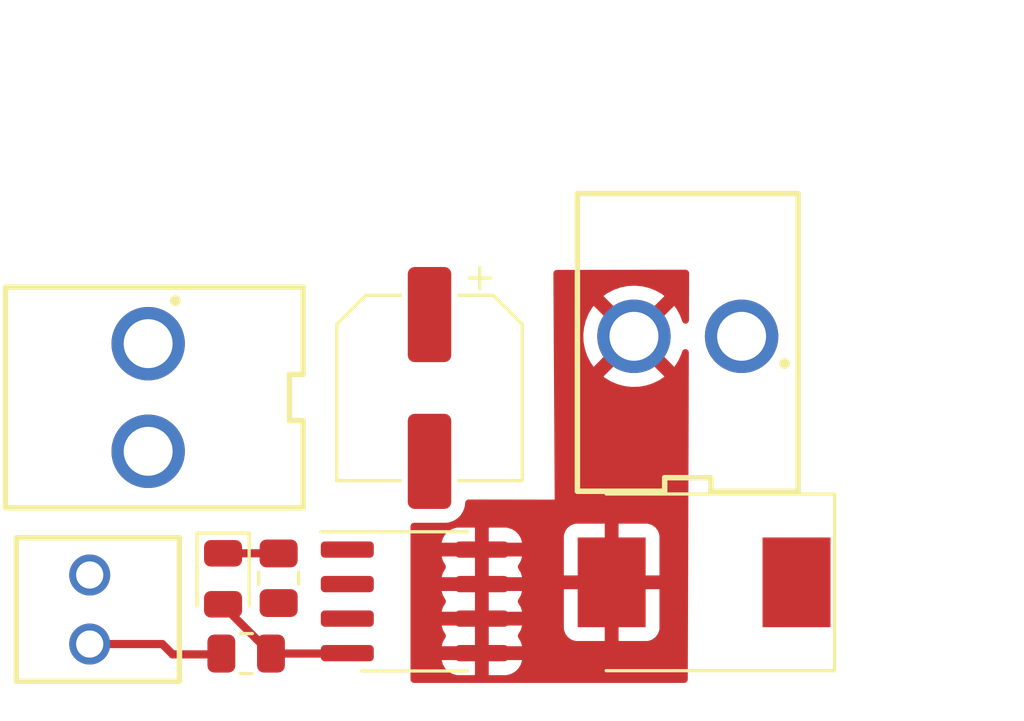
<source format=kicad_pcb>
(kicad_pcb (version 20211014) (generator pcbnew)
  (layers (0 "F.Cu" signal) (31 "B.Cu" signal) (34 "B.Paste" user) (35 "F.Paste" user) (36 "B.SilkS" user "B.Silkscreen") (37 "F.SilkS" user "F.Silkscreen") (38 "B.Mask" user) (39 "F.Mask" user) (44 "Edge.Cuts" user))
  (net 0 "")
  (net 1 "+5V")
  (net 2 "GND")
  (net 3 "Net-(D1-Pad1)")
  (net 4 "Net-(D1-Pad2)")
  (net 5 "Net-(D2-Pad2)")
  (net 6 "Net-(J2-Pad2)")
  (net 7 "+3V3")
  (footprint "Diode_SMD:D_SMC" (layer "F.Cu") (at 140.2 96.35 180)
    (fp_text reference "D2" hide)
    (fp_text value "SS36-E3/57T")
    (fp_line (start -4.8 3.25) (end -4.8 -3.25) (layer "F.SilkS") (width 0.12))
    (fp_line (start -4.8 3.25) (end 3.6 3.25) (layer "F.SilkS") (width 0.12))
    (fp_line (start -4.8 -3.25) (end 3.6 -3.25) (layer "F.SilkS") (width 0.12))
    (pad "1" smd rect (at -3.4 0 270) (size 3.3 2.5) (layers "F.Cu" "F.Paste" "F.Mask") (net 1 "+5V"))
    (pad "2" smd rect (at 3.4 0 270) (size 3.3 2.5) (layers "F.Cu" "F.Paste" "F.Mask") (net 5 "Net-(D2-Pad2)"))
  )
  (footprint "AREA_lib_Connector:Wuerth_3.96mm_2pin_645002114822" (layer "F.Cu") (at 120.25 89.55 90)
    (fp_text reference "J1" hide)
    (fp_text value "input_power")
    (fp_line (start -4.06 -5.75) (end 4.06 -5.75) (layer "F.SilkS") (width 0.2))
    (fp_line (start 4.06 5.2) (end 0.85 5.2) (layer "F.SilkS") (width 0.2))
    (fp_line (start -0.85 4.7) (end -0.85 5.2) (layer "F.SilkS") (width 0.2))
    (fp_line (start 0.85 5.2) (end 0.85 4.7) (layer "F.SilkS") (width 0.2))
    (fp_line (start 0.85 4.7) (end -0.85 4.7) (layer "F.SilkS") (width 0.2))
    (fp_line (start -0.85 5.2) (end -4.06 5.2) (layer "F.SilkS") (width 0.2))
    (fp_line (start -4.06 5.2) (end -4.06 -5.75) (layer "F.SilkS") (width 0.2))
    (fp_line (start 4.06 -5.75) (end 4.06 5.2) (layer "F.SilkS") (width 0.2))
    (fp_circle (center 3.56 0.5) (end 3.66 0.5) (layer "F.SilkS") (width 0.2) (fill none))
    (pad "1" thru_hole circle locked (at 1.98 -0.5 90) (size 2.7 2.7) (drill 1.8) (layers *.Cu *.Mask) (net 1 "+5V"))
    (pad "2" thru_hole circle locked (at -1.98 -0.5 90) (size 2.7 2.7) (drill 1.8) (layers *.Cu *.Mask) (net 2 "GND"))
  )
  (footprint "Resistor_SMD:R_0805_2012Metric" (layer "F.Cu") (at 124.55 96.2 90)
    (fp_text reference "R2" hide)
    (fp_text value "1k")
    (fp_line (start -0.227064 -0.735) (end 0.227064 -0.735) (layer "F.SilkS") (width 0.12))
    (fp_line (start -0.227064 0.735) (end 0.227064 0.735) (layer "F.SilkS") (width 0.12))
    (pad "1" smd roundrect (at -0.9125 0 90) (size 1.025 1.4) (layers "F.Cu" "F.Paste" "F.Mask") (roundrect_rratio 0.243902) (net 2 "GND"))
    (pad "2" smd roundrect (at 0.9125 0 90) (size 1.025 1.4) (layers "F.Cu" "F.Paste" "F.Mask") (roundrect_rratio 0.243902) (net 3 "Net-(D1-Pad1)"))
  )
  (footprint "Package_SO:SOIC-8_3.9x4.9mm_P1.27mm" (layer "F.Cu") (at 129.55 97.05)
    (fp_text reference "Q1" hide)
    (fp_text value "IRF7403")
    (fp_line (start 0 2.56) (end 1.95 2.56) (layer "F.SilkS") (width 0.12))
    (fp_line (start 0 -2.56) (end 1.95 -2.56) (layer "F.SilkS") (width 0.12))
    (fp_line (start 0 -2.56) (end -3.45 -2.56) (layer "F.SilkS") (width 0.12))
    (fp_line (start 0 2.56) (end -1.95 2.56) (layer "F.SilkS") (width 0.12))
    (pad "1" smd roundrect (at -2.475 -1.905) (size 1.95 0.6) (layers "F.Cu" "F.Paste" "F.Mask") (net 2 "GND"))
    (pad "2" smd roundrect (at -2.475 -0.635) (size 1.95 0.6) (layers "F.Cu" "F.Paste" "F.Mask") (net 2 "GND"))
    (pad "3" smd roundrect (at -2.475 0.635) (size 1.95 0.6) (layers "F.Cu" "F.Paste" "F.Mask") (net 2 "GND"))
    (pad "4" smd roundrect (at -2.475 1.905) (size 1.95 0.6) (layers "F.Cu" "F.Paste" "F.Mask") (net 4 "Net-(D1-Pad2)"))
    (pad "5" smd roundrect (at 2.475 1.905) (size 1.95 0.6) (layers "F.Cu" "F.Paste" "F.Mask") (net 5 "Net-(D2-Pad2)"))
    (pad "6" smd roundrect (at 2.475 0.635) (size 1.95 0.6) (layers "F.Cu" "F.Paste" "F.Mask") (net 5 "Net-(D2-Pad2)"))
    (pad "7" smd roundrect (at 2.475 -0.635) (size 1.95 0.6) (layers "F.Cu" "F.Paste" "F.Mask") (net 5 "Net-(D2-Pad2)"))
    (pad "8" smd roundrect (at 2.475 -1.905) (size 1.95 0.6) (layers "F.Cu" "F.Paste" "F.Mask") (net 5 "Net-(D2-Pad2)"))
  )
  (footprint "LED_SMD:LED_0805_2012Metric" (layer "F.Cu") (at 122.505 96.22 -90)
    (fp_text reference "D1" hide)
    (fp_text value "LED")
    (fp_line (start -1.685 -0.96) (end -1.685 0.96) (layer "F.SilkS") (width 0.12))
    (fp_line (start 1 -0.96) (end -1.685 -0.96) (layer "F.SilkS") (width 0.12))
    (fp_line (start -1.685 0.96) (end 1 0.96) (layer "F.SilkS") (width 0.12))
    (pad "1" smd roundrect (at -0.9375 0 270) (size 0.975 1.4) (layers "F.Cu" "F.Paste" "F.Mask") (net 3 "Net-(D1-Pad1)"))
    (pad "2" smd roundrect (at 0.9375 0 270) (size 0.975 1.4) (layers "F.Cu" "F.Paste" "F.Mask") (net 4 "Net-(D1-Pad2)"))
  )
  (footprint "AREA_lib_Connector:Wuerth_2.54mm_2pins_61900211121" (layer "F.Cu") (at 117.9 97.35 90)
    (fp_text reference "J2" hide)
    (fp_text value "input")
    (fp_line (start 2.64 -3) (end 2.64 3) (layer "F.SilkS") (width 0.2))
    (fp_line (start -2.64 -3) (end 2.64 -3) (layer "F.SilkS") (width 0.2))
    (fp_line (start -2.64 3) (end -2.64 -3) (layer "F.SilkS") (width 0.2))
    (fp_line (start 2.64 3) (end -2.64 3) (layer "F.SilkS") (width 0.2))
    (pad "1" thru_hole circle locked (at 1.27 -0.3 90) (size 1.508 1.508) (drill 1) (layers *.Cu *.Mask) (net 7 "+3V3"))
    (pad "2" thru_hole circle locked (at -1.27 -0.3 90) (size 1.508 1.508) (drill 1) (layers *.Cu *.Mask) (net 6 "Net-(J2-Pad2)"))
  )
  (footprint "Capacitor_SMD:CP_Elec_6.3x7.7" (layer "F.Cu") (at 130.1 89.2 -90)
    (fp_text reference "C1" hide)
    (fp_text value "100u")
    (fp_line (start -3.41 -2.345563) (end -2.345563 -3.41) (layer "F.SilkS") (width 0.12))
    (fp_line (start -2.345563 -3.41) (end 3.41 -3.41) (layer "F.SilkS") (width 0.12))
    (fp_line (start -4.04375 -2.24125) (end -4.04375 -1.45375) (layer "F.SilkS") (width 0.12))
    (fp_line (start 3.41 -3.41) (end 3.41 -1.06) (layer "F.SilkS") (width 0.12))
    (fp_line (start 3.41 3.41) (end 3.41 1.06) (layer "F.SilkS") (width 0.12))
    (fp_line (start -4.4375 -1.8475) (end -3.65 -1.8475) (layer "F.SilkS") (width 0.12))
    (fp_line (start -3.41 2.345563) (end -3.41 1.06) (layer "F.SilkS") (width 0.12))
    (fp_line (start -3.41 2.345563) (end -2.345563 3.41) (layer "F.SilkS") (width 0.12))
    (fp_line (start -2.345563 3.41) (end 3.41 3.41) (layer "F.SilkS") (width 0.12))
    (fp_line (start -3.41 -2.345563) (end -3.41 -1.06) (layer "F.SilkS") (width 0.12))
    (pad "1" smd roundrect (at -2.7 0 270) (size 3.5 1.6) (layers "F.Cu" "F.Paste" "F.Mask") (roundrect_rratio 0.15625) (net 1 "+5V"))
    (pad "2" smd roundrect (at 2.7 0 270) (size 3.5 1.6) (layers "F.Cu" "F.Paste" "F.Mask") (roundrect_rratio 0.15625) (net 2 "GND"))
  )
  (footprint "AREA_lib_Connector:Wuerth_3.96mm_2pin_645002114822" (layer "F.Cu") (at 139.6 87.8)
    (fp_text reference "J3" hide)
    (fp_text value "load")
    (fp_line (start -4.06 -5.75) (end 4.06 -5.75) (layer "F.SilkS") (width 0.2))
    (fp_line (start -4.06 5.2) (end -4.06 -5.75) (layer "F.SilkS") (width 0.2))
    (fp_line (start -0.85 4.7) (end -0.85 5.2) (layer "F.SilkS") (width 0.2))
    (fp_line (start -0.85 5.2) (end -4.06 5.2) (layer "F.SilkS") (width 0.2))
    (fp_line (start 0.85 5.2) (end 0.85 4.7) (layer "F.SilkS") (width 0.2))
    (fp_line (start 0.85 4.7) (end -0.85 4.7) (layer "F.SilkS") (width 0.2))
    (fp_line (start 4.06 5.2) (end 0.85 5.2) (layer "F.SilkS") (width 0.2))
    (fp_line (start 4.06 -5.75) (end 4.06 5.2) (layer "F.SilkS") (width 0.2))
    (fp_circle (center 3.56 0.5) (end 3.66 0.5) (layer "F.SilkS") (width 0.2) (fill none))
    (pad "1" thru_hole circle locked (at 1.98 -0.5) (size 2.7 2.7) (drill 1.8) (layers *.Cu *.Mask) (net 1 "+5V"))
    (pad "2" thru_hole circle locked (at -1.98 -0.5) (size 2.7 2.7) (drill 1.8) (layers *.Cu *.Mask) (net 5 "Net-(D2-Pad2)"))
  )
  (footprint "Resistor_SMD:R_0805_2012Metric" (layer "F.Cu") (at 123.355 98.97)
    (fp_text reference "R1" hide)
    (fp_text value "1k")
    (fp_line (start -0.227064 -0.735) (end 0.227064 -0.735) (layer "F.SilkS") (width 0.12))
    (fp_line (start -0.227064 0.735) (end 0.227064 0.735) (layer "F.SilkS") (width 0.12))
    (pad "1" smd roundrect (at -0.9125 0) (size 1.025 1.4) (layers "F.Cu" "F.Paste" "F.Mask") (roundrect_rratio 0.243902) (net 6 "Net-(J2-Pad2)"))
    (pad "2" smd roundrect (at 0.9125 0) (size 1.025 1.4) (layers "F.Cu" "F.Paste" "F.Mask") (roundrect_rratio 0.243902) (net 4 "Net-(D1-Pad2)"))
  )
  (segment (start 122.505 95.2825) (end 124.545 95.2825) (width 0.3) (layer "F.Cu") (net 3))
  (segment (start 124.545 95.2825) (end 124.55 95.2875) (width 0.3) (layer "F.Cu") (net 3))
  (segment (start 122.505 97.1575) (end 122.505 97.2075) (width 0.3) (layer "F.Cu") (net 4))
  (segment (start 122.505 97.2075) (end 124.2675 98.97) (width 0.3) (layer "F.Cu") (net 4))
  (segment (start 127.06 98.97) (end 127.075 98.955) (width 0.3) (layer "F.Cu") (net 4))
  (segment (start 124.2675 98.97) (end 127.06 98.97) (width 0.3) (layer "F.Cu") (net 4))
  (segment (start 122.4125 99) (end 122.4425 98.97) (width 0.3) (layer "F.Cu") (net 6))
  (segment (start 117.6 98.62) (end 120.27 98.62) (width 0.3) (layer "F.Cu") (net 6))
  (segment (start 120.65 99) (end 122.4125 99) (width 0.3) (layer "F.Cu") (net 6))
  (segment (start 120.27 98.62) (end 120.65 99) (width 0.3) (layer "F.Cu") (net 6))
  (zone (net 5) (net_name "Net-(D2-Pad2)") (layer "F.Cu") (connect_pads (clearance 0.508)) (min_thickness 0.254) (fill yes (thermal_gap 0.508) (thermal_bridge_width 0.508))
    (polygon (pts (xy 139.6 100.05) (xy 129.4 100.05) (xy 129.4 93.3) (xy 134.704782 93.306776) (xy 134.654782 84.856776) (xy 139.65 84.85)))
  )
)
</source>
